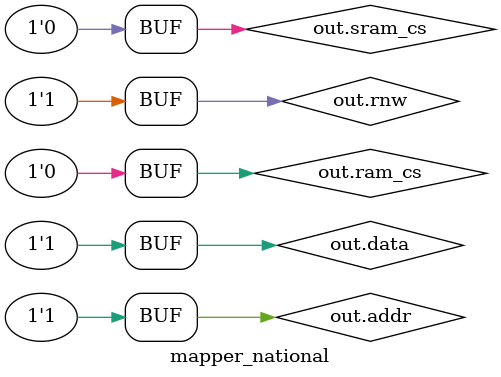
<source format=sv>
module mapper_national (
    cpu_bus_if.device_mp    cpu_bus,                // Interface for CPU communication
    block_info              block_info,             // Struct containing mapper configuration and parameters
    mapper_out              out                     // Interface for mapper output
);
    assign out.sram_cs = '0;
    assign out.ram_cs  = '0;
    assign out.rnw     = '1;
    assign out.addr    = {27{1'b1}};
    assign out.data    = '1;

endmodule

</source>
